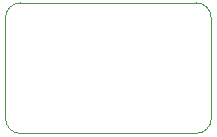
<source format=gm1>
%TF.GenerationSoftware,KiCad,Pcbnew,(5.1.10)-1*%
%TF.CreationDate,2021-11-16T23:39:42-08:00*%
%TF.ProjectId,ProgrammingAdapterBoard,50726f67-7261-46d6-9d69-6e6741646170,rev?*%
%TF.SameCoordinates,Original*%
%TF.FileFunction,Profile,NP*%
%FSLAX46Y46*%
G04 Gerber Fmt 4.6, Leading zero omitted, Abs format (unit mm)*
G04 Created by KiCad (PCBNEW (5.1.10)-1) date 2021-11-16 23:39:42*
%MOMM*%
%LPD*%
G01*
G04 APERTURE LIST*
%TA.AperFunction,Profile*%
%ADD10C,0.050000*%
%TD*%
G04 APERTURE END LIST*
D10*
X67297300Y-97282000D02*
G75*
G02*
X66027300Y-96012000I0J1270000D01*
G01*
X83451700Y-96012000D02*
G75*
G02*
X82181700Y-97282000I-1270000J0D01*
G01*
X82181700Y-86233000D02*
G75*
G02*
X83451700Y-87503000I0J-1270000D01*
G01*
X66027300Y-87503000D02*
G75*
G02*
X67297300Y-86233000I1270000J0D01*
G01*
X67297300Y-86233000D02*
X82181700Y-86233000D01*
X83451700Y-96012000D02*
X83451700Y-87503000D01*
X67297300Y-97282000D02*
X82181700Y-97282000D01*
X66027300Y-87503000D02*
X66027300Y-96012000D01*
M02*

</source>
